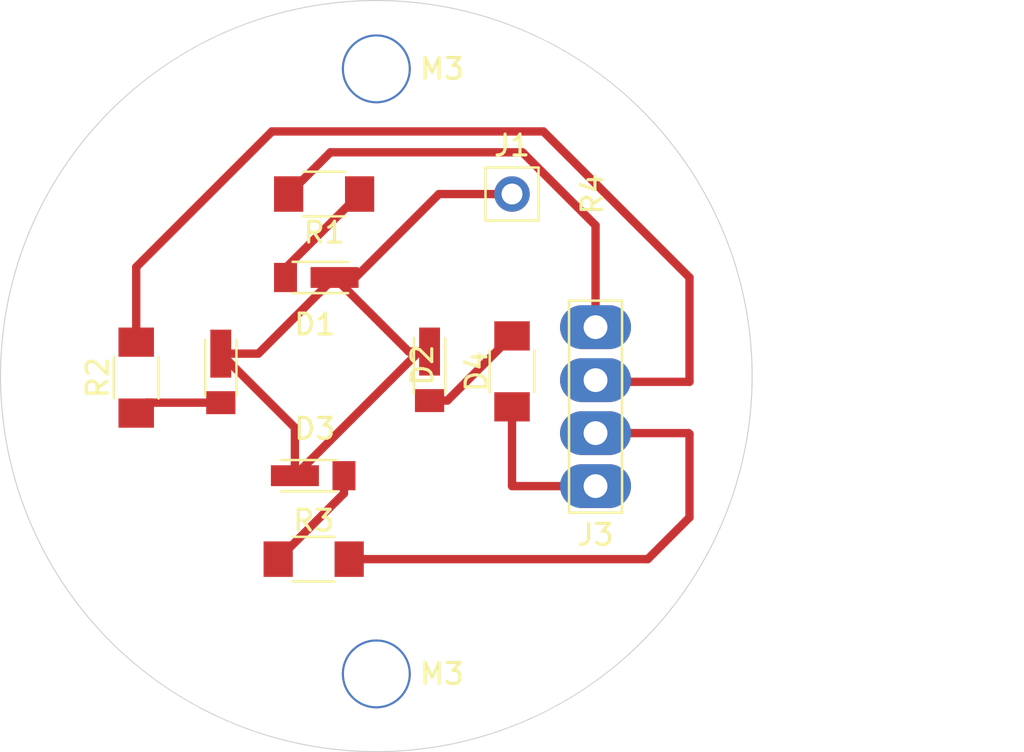
<source format=kicad_pcb>
(kicad_pcb (version 20240108) (generator "pcbnew") (generator_version "8.0")
  (layers (0 "F.Cu" signal) (31 "B.Cu" signal) (34 "B.Paste" user) (35 "F.Paste" user) (36 "B.SilkS" user "B.Silkscreen") (37 "F.SilkS" user "F.Silkscreen") (38 "B.Mask" user) (39 "F.Mask" user) (44 "Edge.Cuts" user))
  (net 0 "")
  (net 1 "GND")
  (net 2 "Net-(D1-A)")
  (net 3 "Net-(D2-A)")
  (net 4 "Net-(D3-A)")
  (net 5 "Net-(D4-A)")
  (net 6 "Net-(J3-Pin_2)")
  (net 7 "Net-(J3-Pin_3)")
  (net 8 "Net-(J3-Pin_1)")
  (net 9 "Net-(J3-Pin_4)")
  (footprint "fab:MountingHole_M3" (layer "F.Cu") (at 131.5 69)
    (property "Reference" "H1" (hide yes))
    (property "Value" "~" (hide yes))
    (fp_text user "M3" (at 2 0 0) (layer "F.SilkS") (effects (font (thickness 0.15) (bold yes)) (justify left)))
    (pad "" thru_hole circle (at 0 0) (size 3.3 3.3) (drill 3.1) (layers "*.Cu" "*.Mask"))
  )
  (footprint "fab:LED_Luminus_1206" (layer "F.Cu") (at 134.05 83.5 90)
    (property "Reference" "D4" (at 0 2.25 90) (layer "F.SilkS"))
    (property "Value" "LED_Luminus_1206")
    (fp_line (start 1.6 -0.75) (end -1.06 -0.75) (stroke (width 0.12)) (layer "F.SilkS"))
    (fp_line (start -1.04 0.75) (end 1.6 0.75) (stroke (width 0.12)) (layer "F.SilkS"))
    (pad "1" smd rect (at 0.95 0 90) (size 2.3 1) (layers "F.Cu" "F.Paste" "F.Mask") (net 1 "GND"))
    (pad "2" smd rect (at -1.4 0 90) (size 1.1 1.4) (layers "F.Cu" "F.Paste" "F.Mask") (net 5 "Net-(D4-A)"))
  )
  (footprint "fab:R_1206" (layer "F.Cu") (at 120 83.8 90)
    (property "Reference" "R2" (at 0 -1.85 90) (layer "F.SilkS"))
    (property "Value" "R_1206")
    (fp_line (start -1 -1.07) (end 1 -1.07) (stroke (width 0.12)) (layer "F.SilkS"))
    (fp_line (start 1 1.07) (end -1 1.07) (stroke (width 0.12)) (layer "F.SilkS"))
    (pad "1" smd rect (at -1.7 0 90) (size 1.4 1.7) (layers "F.Cu" "F.Paste" "F.Mask") (net 3 "Net-(D2-A)"))
    (pad "2" smd rect (at 1.7 0 90) (size 1.4 1.7) (layers "F.Cu" "F.Paste" "F.Mask") (net 7 "Net-(J3-Pin_3)"))
  )
  (footprint "fab:PinHeader_1x01_P2.54mm_Vertical_THT_D1mm" (layer "F.Cu") (at 138 75)
    (property "Reference" "J1" (at 0 -2.33 0) (layer "F.SilkS"))
    (property "Value" "Conn_PinHeader_1x01_P2.54mm_Vertical_THT_D1mm")
    (fp_line (start -1.27 -1.27) (end -1.27 1.27) (stroke (width 0.12)) (layer "F.SilkS"))
    (fp_line (start -1.27 -1.27) (end 1.27 -1.27) (stroke (width 0.12)) (layer "F.SilkS"))
    (fp_line (start -1.27 1.27) (end 1.27 1.27) (stroke (width 0.12)) (layer "F.SilkS"))
    (fp_line (start 1.27 -1.27) (end 1.27 1.27) (stroke (width 0.12)) (layer "F.SilkS"))
    (pad "1" thru_hole oval (at 0 0) (size 1.7 1.7) (drill 1) (layers "*.Cu" "*.Mask") (net 1 "GND"))
  )
  (footprint "fab:LED_Luminus_1206" (layer "F.Cu") (at 124.05 83.6 90)
    (property "Reference" "D2" (at 0.4 9.65 90) (layer "F.SilkS"))
    (property "Value" "LED_Luminus_1206")
    (fp_line (start 1.6 -0.75) (end -1.06 -0.75) (stroke (width 0.12)) (layer "F.SilkS"))
    (fp_line (start -1.04 0.75) (end 1.6 0.75) (stroke (width 0.12)) (layer "F.SilkS"))
    (pad "1" smd rect (at 0.95 0 90) (size 2.3 1) (layers "F.Cu" "F.Paste" "F.Mask") (net 1 "GND"))
    (pad "2" smd rect (at -1.4 0 90) (size 1.1 1.4) (layers "F.Cu" "F.Paste" "F.Mask") (net 3 "Net-(D2-A)"))
  )
  (footprint "fab:LED_Luminus_1206" (layer "F.Cu") (at 128.55 88.5 180)
    (property "Reference" "D3" (at 0 2.25 0) (layer "F.SilkS"))
    (property "Value" "LED_Luminus_1206")
    (fp_line (start 1.6 -0.75) (end -1.06 -0.75) (stroke (width 0.12)) (layer "F.SilkS"))
    (fp_line (start -1.04 0.75) (end 1.6 0.75) (stroke (width 0.12)) (layer "F.SilkS"))
    (pad "1" smd rect (at 0.95 0 180) (size 2.3 1) (layers "F.Cu" "F.Paste" "F.Mask") (net 1 "GND"))
    (pad "2" smd rect (at -1.4 0 180) (size 1.1 1.4) (layers "F.Cu" "F.Paste" "F.Mask") (net 4 "Net-(D3-A)"))
  )
  (footprint "fab:PinHeader_1x04_P2.54mm_Vertical_THT_D1.4mm" (layer "F.Cu") (at 142 89 180)
    (property "Reference" "J3" (at 0 -2.33 0) (layer "F.SilkS"))
    (property "Value" "Conn_PinHeader_1x04_P2.54mm_Vertical_THT_D1.4mm")
    (fp_line (start 1.27 -1.27) (end 1.27 8.89) (stroke (width 0.12)) (layer "F.SilkS"))
    (fp_line (start -1.27 8.89) (end 1.27 8.89) (stroke (width 0.12)) (layer "F.SilkS"))
    (fp_line (start -1.27 -1.27) (end 1.27 -1.27) (stroke (width 0.12)) (layer "F.SilkS"))
    (fp_line (start -1.27 -1.27) (end -1.27 8.89) (stroke (width 0.12)) (layer "F.SilkS"))
    (pad "1" thru_hole oval (at 0 0 180) (size 3.4 2.1) (drill 1.14) (layers "*.Cu" "*.Mask") (net 8 "Net-(J3-Pin_1)"))
    (pad "2" thru_hole oval (at 0 2.54 180) (size 3.4 2.1) (drill 1.14) (layers "*.Cu" "*.Mask") (net 6 "Net-(J3-Pin_2)"))
    (pad "3" thru_hole oval (at 0 5.08 180) (size 3.4 2.1) (drill 1.14) (layers "*.Cu" "*.Mask") (net 7 "Net-(J3-Pin_3)"))
    (pad "4" thru_hole oval (at 0 7.62 180) (size 3.4 2.1) (drill 1.14) (layers "*.Cu" "*.Mask") (net 9 "Net-(J3-Pin_4)"))
  )
  (footprint "fab:R_1206" (layer "F.Cu") (at 128.5 92.5)
    (property "Reference" "R3" (at 0 -1.85 0) (layer "F.SilkS"))
    (property "Value" "R_1206")
    (fp_line (start -1 -1.07) (end 1 -1.07) (stroke (width 0.12)) (layer "F.SilkS"))
    (fp_line (start 1 1.07) (end -1 1.07) (stroke (width 0.12)) (layer "F.SilkS"))
    (pad "1" smd rect (at -1.7 0) (size 1.4 1.7) (layers "F.Cu" "F.Paste" "F.Mask") (net 4 "Net-(D3-A)"))
    (pad "2" smd rect (at 1.7 0) (size 1.4 1.7) (layers "F.Cu" "F.Paste" "F.Mask") (net 6 "Net-(J3-Pin_2)"))
  )
  (footprint "fab:MountingHole_M3" (layer "F.Cu") (at 131.5 98)
    (property "Reference" "H2" (hide yes))
    (property "Value" "~" (hide yes))
    (fp_text user "M3" (at 2 0 0) (layer "F.SilkS") (effects (font (thickness 0.15) (bold yes)) (justify left)))
    (pad "" thru_hole circle (at 0 0) (size 3.3 3.3) (drill 3.1) (layers "*.Cu" "*.Mask"))
  )
  (footprint "fab:R_1206" (layer "F.Cu") (at 138 83.5 -90)
    (property "Reference" "R4" (at -8.5 -3.85 90) (layer "F.SilkS"))
    (property "Value" "R_1206")
    (fp_line (start 1 1.07) (end -1 1.07) (stroke (width 0.12)) (layer "F.SilkS"))
    (fp_line (start -1 -1.07) (end 1 -1.07) (stroke (width 0.12)) (layer "F.SilkS"))
    (pad "1" smd rect (at -1.7 0 270) (size 1.4 1.7) (layers "F.Cu" "F.Paste" "F.Mask") (net 5 "Net-(D4-A)"))
    (pad "2" smd rect (at 1.7 0 270) (size 1.4 1.7) (layers "F.Cu" "F.Paste" "F.Mask") (net 8 "Net-(J3-Pin_1)"))
  )
  (footprint "fab:R_1206" (layer "F.Cu") (at 129 75 180)
    (property "Reference" "R1" (at 0 -1.85 0) (layer "F.SilkS"))
    (property "Value" "R_1206")
    (fp_line (start 1 1.07) (end -1 1.07) (stroke (width 0.12)) (layer "F.SilkS"))
    (fp_line (start -1 -1.07) (end 1 -1.07) (stroke (width 0.12)) (layer "F.SilkS"))
    (pad "1" smd rect (at -1.7 0 180) (size 1.4 1.7) (layers "F.Cu" "F.Paste" "F.Mask") (net 2 "Net-(D1-A)"))
    (pad "2" smd rect (at 1.7 0 180) (size 1.4 1.7) (layers "F.Cu" "F.Paste" "F.Mask") (net 9 "Net-(J3-Pin_4)"))
  )
  (footprint "fab:LED_Luminus_1206" (layer "F.Cu") (at 128.55 79)
    (property "Reference" "D1" (at 0 2.25 0) (layer "F.SilkS"))
    (property "Value" "LED_Luminus_1206")
    (fp_line (start -1.04 0.75) (end 1.6 0.75) (stroke (width 0.12)) (layer "F.SilkS"))
    (fp_line (start 1.6 -0.75) (end -1.06 -0.75) (stroke (width 0.12)) (layer "F.SilkS"))
    (pad "1" smd rect (at 0.95 0) (size 2.3 1) (layers "F.Cu" "F.Paste" "F.Mask") (net 1 "GND"))
    (pad "2" smd rect (at -1.4 0) (size 1.1 1.4) (layers "F.Cu" "F.Paste" "F.Mask") (net 2 "Net-(D1-A)"))
  )
  (gr_circle (center 131.5 83.72498) (end 149.5 83.72498) (stroke (width 0.05)) (fill none) (layer "Edge.Cuts"))
  (segment (start 134.05 82.55) (end 133.55 82.55) (width 0.4) (layer "F.Cu") (net 1))
  (segment (start 125.85 82.65) (end 129.5 79) (width 0.4) (layer "F.Cu") (net 1))
  (segment (start 124.05 82.65) (end 125.85 82.65) (width 0.4) (layer "F.Cu") (net 1))
  (segment (start 129.5 79) (end 133.05 82.55) (width 0.4) (layer "F.Cu") (net 1))
  (segment (start 134.5 75) (end 130.5 79) (width 0.4) (layer "F.Cu") (net 1))
  (segment (start 127.6 86.2) (end 124.05 82.65) (width 0.4) (layer "F.Cu") (net 1))
  (segment (start 138 75) (end 134.5 75) (width 0.4) (layer "F.Cu") (net 1))
  (segment (start 133.55 82.55) (end 127.6 88.5) (width 0.4) (layer "F.Cu") (net 1))
  (segment (start 130.5 79) (end 129.5 79) (width 0.4) (layer "F.Cu") (net 1))
  (segment (start 133.05 82.55) (end 134.05 82.55) (width 0.4) (layer "F.Cu") (net 1))
  (segment (start 127.6 88.5) (end 127.6 86.2) (width 0.4) (layer "F.Cu") (net 1))
  (segment (start 127.15 79) (end 127.15 78.55) (width 0.4) (layer "F.Cu") (net 2))
  (segment (start 127.15 78.55) (end 130.7 75) (width 0.4) (layer "F.Cu") (net 2))
  (segment (start 124.05 85) (end 120.5 85) (width 0.4) (layer "F.Cu") (net 3))
  (segment (start 120.5 85) (end 120 85.5) (width 0.4) (layer "F.Cu") (net 3))
  (segment (start 129.95 89.35) (end 126.8 92.5) (width 0.4) (layer "F.Cu") (net 4))
  (segment (start 129.95 88.5) (end 129.95 89.35) (width 0.4) (layer "F.Cu") (net 4))
  (segment (start 134.05 84.9) (end 134.9 84.9) (width 0.4) (layer "F.Cu") (net 5))
  (segment (start 134.9 84.9) (end 138 81.8) (width 0.4) (layer "F.Cu") (net 5))
  (segment (start 146.5 86.5) (end 146.5 90.5) (width 0.4) (layer "F.Cu") (net 6))
  (segment (start 130.2 92.5) (end 130.7 92.5) (width 0.4) (layer "F.Cu") (net 6))
  (segment (start 144.5 92.5) (end 130.2 92.5) (width 0.4) (layer "F.Cu") (net 6))
  (segment (start 142 86.46) (end 146.46 86.46) (width 0.4) (layer "F.Cu") (net 6))
  (segment (start 146.46 86.46) (end 146.5 86.5) (width 0.4) (layer "F.Cu") (net 6))
  (segment (start 146.5 90.5) (end 144.5 92.5) (width 0.4) (layer "F.Cu") (net 6))
  (segment (start 146.5 79) (end 146.5 84) (width 0.4) (layer "F.Cu") (net 7))
  (segment (start 126.5 72) (end 139.5 72) (width 0.4) (layer "F.Cu") (net 7))
  (segment (start 120.4 82.5) (end 120 82.1) (width 0.4) (layer "F.Cu") (net 7))
  (segment (start 120 82.1) (end 120 78.5) (width 0.4) (layer "F.Cu") (net 7))
  (segment (start 142.08 84) (end 142 83.92) (width 0.4) (layer "F.Cu") (net 7))
  (segment (start 120 78.5) (end 126.5 72) (width 0.4) (layer "F.Cu") (net 7))
  (segment (start 119.9 82) (end 120 82.1) (width 0.4) (layer "F.Cu") (net 7))
  (segment (start 139.5 72) (end 146.5 79) (width 0.4) (layer "F.Cu") (net 7))
  (segment (start 146.5 84) (end 142.08 84) (width 0.4) (layer "F.Cu") (net 7))
  (segment (start 142 89) (end 138 89) (width 0.4) (layer "F.Cu") (net 8))
  (segment (start 138 85.2) (end 138.2 85.2) (width 0.4) (layer "F.Cu") (net 8))
  (segment (start 138 89) (end 138 85.2) (width 0.4) (layer "F.Cu") (net 8))
  (segment (start 127.3 75) (end 127.1 75) (width 0.4) (layer "F.Cu") (net 9))
  (segment (start 142 81.38) (end 142 76.5) (width 0.4) (layer "F.Cu") (net 9))
  (segment (start 142 76.5) (end 138.5 73) (width 0.4) (layer "F.Cu") (net 9))
  (segment (start 138.5 73) (end 129.3 73) (width 0.4) (layer "F.Cu") (net 9))
  (segment (start 129.3 73) (end 127.3 75) (width 0.4) (layer "F.Cu") (net 9))
)
</source>
